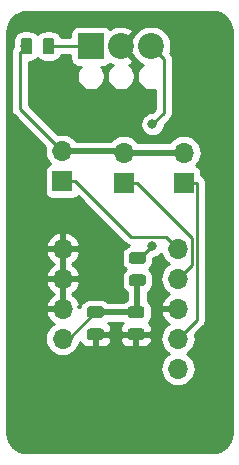
<source format=gtl>
G04 #@! TF.GenerationSoftware,KiCad,Pcbnew,(5.1.0)-1*
G04 #@! TF.CreationDate,2019-04-03T20:49:52-04:00*
G04 #@! TF.ProjectId,3wireducer_daughter,33776972-6564-4756-9365-725f64617567,rev?*
G04 #@! TF.SameCoordinates,Original*
G04 #@! TF.FileFunction,Copper,L1,Top*
G04 #@! TF.FilePolarity,Positive*
%FSLAX46Y46*%
G04 Gerber Fmt 4.6, Leading zero omitted, Abs format (unit mm)*
G04 Created by KiCad (PCBNEW (5.1.0)-1) date 2019-04-03 20:49:52*
%MOMM*%
%LPD*%
G04 APERTURE LIST*
%ADD10C,0.100000*%
%ADD11C,0.975000*%
%ADD12O,1.700000X1.700000*%
%ADD13R,2.200000X2.200000*%
%ADD14C,2.200000*%
%ADD15R,1.700000X1.700000*%
%ADD16C,0.800000*%
%ADD17C,0.500000*%
%ADD18C,0.250000*%
%ADD19C,0.254000*%
G04 APERTURE END LIST*
D10*
G36*
X142085142Y-96190674D02*
G01*
X142108803Y-96194184D01*
X142132007Y-96199996D01*
X142154529Y-96208054D01*
X142176153Y-96218282D01*
X142196670Y-96230579D01*
X142215883Y-96244829D01*
X142233607Y-96260893D01*
X142249671Y-96278617D01*
X142263921Y-96297830D01*
X142276218Y-96318347D01*
X142286446Y-96339971D01*
X142294504Y-96362493D01*
X142300316Y-96385697D01*
X142303826Y-96409358D01*
X142305000Y-96433250D01*
X142305000Y-96920750D01*
X142303826Y-96944642D01*
X142300316Y-96968303D01*
X142294504Y-96991507D01*
X142286446Y-97014029D01*
X142276218Y-97035653D01*
X142263921Y-97056170D01*
X142249671Y-97075383D01*
X142233607Y-97093107D01*
X142215883Y-97109171D01*
X142196670Y-97123421D01*
X142176153Y-97135718D01*
X142154529Y-97145946D01*
X142132007Y-97154004D01*
X142108803Y-97159816D01*
X142085142Y-97163326D01*
X142061250Y-97164500D01*
X141148750Y-97164500D01*
X141124858Y-97163326D01*
X141101197Y-97159816D01*
X141077993Y-97154004D01*
X141055471Y-97145946D01*
X141033847Y-97135718D01*
X141013330Y-97123421D01*
X140994117Y-97109171D01*
X140976393Y-97093107D01*
X140960329Y-97075383D01*
X140946079Y-97056170D01*
X140933782Y-97035653D01*
X140923554Y-97014029D01*
X140915496Y-96991507D01*
X140909684Y-96968303D01*
X140906174Y-96944642D01*
X140905000Y-96920750D01*
X140905000Y-96433250D01*
X140906174Y-96409358D01*
X140909684Y-96385697D01*
X140915496Y-96362493D01*
X140923554Y-96339971D01*
X140933782Y-96318347D01*
X140946079Y-96297830D01*
X140960329Y-96278617D01*
X140976393Y-96260893D01*
X140994117Y-96244829D01*
X141013330Y-96230579D01*
X141033847Y-96218282D01*
X141055471Y-96208054D01*
X141077993Y-96199996D01*
X141101197Y-96194184D01*
X141124858Y-96190674D01*
X141148750Y-96189500D01*
X142061250Y-96189500D01*
X142085142Y-96190674D01*
X142085142Y-96190674D01*
G37*
D11*
X141605000Y-96677000D03*
D10*
G36*
X142085142Y-98065674D02*
G01*
X142108803Y-98069184D01*
X142132007Y-98074996D01*
X142154529Y-98083054D01*
X142176153Y-98093282D01*
X142196670Y-98105579D01*
X142215883Y-98119829D01*
X142233607Y-98135893D01*
X142249671Y-98153617D01*
X142263921Y-98172830D01*
X142276218Y-98193347D01*
X142286446Y-98214971D01*
X142294504Y-98237493D01*
X142300316Y-98260697D01*
X142303826Y-98284358D01*
X142305000Y-98308250D01*
X142305000Y-98795750D01*
X142303826Y-98819642D01*
X142300316Y-98843303D01*
X142294504Y-98866507D01*
X142286446Y-98889029D01*
X142276218Y-98910653D01*
X142263921Y-98931170D01*
X142249671Y-98950383D01*
X142233607Y-98968107D01*
X142215883Y-98984171D01*
X142196670Y-98998421D01*
X142176153Y-99010718D01*
X142154529Y-99020946D01*
X142132007Y-99029004D01*
X142108803Y-99034816D01*
X142085142Y-99038326D01*
X142061250Y-99039500D01*
X141148750Y-99039500D01*
X141124858Y-99038326D01*
X141101197Y-99034816D01*
X141077993Y-99029004D01*
X141055471Y-99020946D01*
X141033847Y-99010718D01*
X141013330Y-98998421D01*
X140994117Y-98984171D01*
X140976393Y-98968107D01*
X140960329Y-98950383D01*
X140946079Y-98931170D01*
X140933782Y-98910653D01*
X140923554Y-98889029D01*
X140915496Y-98866507D01*
X140909684Y-98843303D01*
X140906174Y-98819642D01*
X140905000Y-98795750D01*
X140905000Y-98308250D01*
X140906174Y-98284358D01*
X140909684Y-98260697D01*
X140915496Y-98237493D01*
X140923554Y-98214971D01*
X140933782Y-98193347D01*
X140946079Y-98172830D01*
X140960329Y-98153617D01*
X140976393Y-98135893D01*
X140994117Y-98119829D01*
X141013330Y-98105579D01*
X141033847Y-98093282D01*
X141055471Y-98083054D01*
X141077993Y-98074996D01*
X141101197Y-98069184D01*
X141124858Y-98065674D01*
X141148750Y-98064500D01*
X142061250Y-98064500D01*
X142085142Y-98065674D01*
X142085142Y-98065674D01*
G37*
D11*
X141605000Y-98552000D03*
D10*
G36*
X137905642Y-73469174D02*
G01*
X137929303Y-73472684D01*
X137952507Y-73478496D01*
X137975029Y-73486554D01*
X137996653Y-73496782D01*
X138017170Y-73509079D01*
X138036383Y-73523329D01*
X138054107Y-73539393D01*
X138070171Y-73557117D01*
X138084421Y-73576330D01*
X138096718Y-73596847D01*
X138106946Y-73618471D01*
X138115004Y-73640993D01*
X138120816Y-73664197D01*
X138124326Y-73687858D01*
X138125500Y-73711750D01*
X138125500Y-74624250D01*
X138124326Y-74648142D01*
X138120816Y-74671803D01*
X138115004Y-74695007D01*
X138106946Y-74717529D01*
X138096718Y-74739153D01*
X138084421Y-74759670D01*
X138070171Y-74778883D01*
X138054107Y-74796607D01*
X138036383Y-74812671D01*
X138017170Y-74826921D01*
X137996653Y-74839218D01*
X137975029Y-74849446D01*
X137952507Y-74857504D01*
X137929303Y-74863316D01*
X137905642Y-74866826D01*
X137881750Y-74868000D01*
X137394250Y-74868000D01*
X137370358Y-74866826D01*
X137346697Y-74863316D01*
X137323493Y-74857504D01*
X137300971Y-74849446D01*
X137279347Y-74839218D01*
X137258830Y-74826921D01*
X137239617Y-74812671D01*
X137221893Y-74796607D01*
X137205829Y-74778883D01*
X137191579Y-74759670D01*
X137179282Y-74739153D01*
X137169054Y-74717529D01*
X137160996Y-74695007D01*
X137155184Y-74671803D01*
X137151674Y-74648142D01*
X137150500Y-74624250D01*
X137150500Y-73711750D01*
X137151674Y-73687858D01*
X137155184Y-73664197D01*
X137160996Y-73640993D01*
X137169054Y-73618471D01*
X137179282Y-73596847D01*
X137191579Y-73576330D01*
X137205829Y-73557117D01*
X137221893Y-73539393D01*
X137239617Y-73523329D01*
X137258830Y-73509079D01*
X137279347Y-73496782D01*
X137300971Y-73486554D01*
X137323493Y-73478496D01*
X137346697Y-73472684D01*
X137370358Y-73469174D01*
X137394250Y-73468000D01*
X137881750Y-73468000D01*
X137905642Y-73469174D01*
X137905642Y-73469174D01*
G37*
D11*
X137638000Y-74168000D03*
D10*
G36*
X136030642Y-73469174D02*
G01*
X136054303Y-73472684D01*
X136077507Y-73478496D01*
X136100029Y-73486554D01*
X136121653Y-73496782D01*
X136142170Y-73509079D01*
X136161383Y-73523329D01*
X136179107Y-73539393D01*
X136195171Y-73557117D01*
X136209421Y-73576330D01*
X136221718Y-73596847D01*
X136231946Y-73618471D01*
X136240004Y-73640993D01*
X136245816Y-73664197D01*
X136249326Y-73687858D01*
X136250500Y-73711750D01*
X136250500Y-74624250D01*
X136249326Y-74648142D01*
X136245816Y-74671803D01*
X136240004Y-74695007D01*
X136231946Y-74717529D01*
X136221718Y-74739153D01*
X136209421Y-74759670D01*
X136195171Y-74778883D01*
X136179107Y-74796607D01*
X136161383Y-74812671D01*
X136142170Y-74826921D01*
X136121653Y-74839218D01*
X136100029Y-74849446D01*
X136077507Y-74857504D01*
X136054303Y-74863316D01*
X136030642Y-74866826D01*
X136006750Y-74868000D01*
X135519250Y-74868000D01*
X135495358Y-74866826D01*
X135471697Y-74863316D01*
X135448493Y-74857504D01*
X135425971Y-74849446D01*
X135404347Y-74839218D01*
X135383830Y-74826921D01*
X135364617Y-74812671D01*
X135346893Y-74796607D01*
X135330829Y-74778883D01*
X135316579Y-74759670D01*
X135304282Y-74739153D01*
X135294054Y-74717529D01*
X135285996Y-74695007D01*
X135280184Y-74671803D01*
X135276674Y-74648142D01*
X135275500Y-74624250D01*
X135275500Y-73711750D01*
X135276674Y-73687858D01*
X135280184Y-73664197D01*
X135285996Y-73640993D01*
X135294054Y-73618471D01*
X135304282Y-73596847D01*
X135316579Y-73576330D01*
X135330829Y-73557117D01*
X135346893Y-73539393D01*
X135364617Y-73523329D01*
X135383830Y-73509079D01*
X135404347Y-73496782D01*
X135425971Y-73486554D01*
X135448493Y-73478496D01*
X135471697Y-73472684D01*
X135495358Y-73469174D01*
X135519250Y-73468000D01*
X136006750Y-73468000D01*
X136030642Y-73469174D01*
X136030642Y-73469174D01*
G37*
D11*
X135763000Y-74168000D03*
D12*
X148590000Y-101473000D03*
X138830000Y-98933000D03*
X148590000Y-98933000D03*
X138830000Y-96393000D03*
X148590000Y-96393000D03*
X138830000Y-93853000D03*
X148590000Y-93853000D03*
X138830000Y-91313000D03*
X148590000Y-91313000D03*
D13*
X141224000Y-74168000D03*
D14*
X143764000Y-74168000D03*
X146304000Y-74168000D03*
D15*
X149098000Y-85725000D03*
D12*
X149098000Y-83185000D03*
X144018000Y-83185000D03*
D15*
X144018000Y-85725000D03*
X138811000Y-85598000D03*
D12*
X138811000Y-83058000D03*
D10*
G36*
X145641142Y-91618674D02*
G01*
X145664803Y-91622184D01*
X145688007Y-91627996D01*
X145710529Y-91636054D01*
X145732153Y-91646282D01*
X145752670Y-91658579D01*
X145771883Y-91672829D01*
X145789607Y-91688893D01*
X145805671Y-91706617D01*
X145819921Y-91725830D01*
X145832218Y-91746347D01*
X145842446Y-91767971D01*
X145850504Y-91790493D01*
X145856316Y-91813697D01*
X145859826Y-91837358D01*
X145861000Y-91861250D01*
X145861000Y-92348750D01*
X145859826Y-92372642D01*
X145856316Y-92396303D01*
X145850504Y-92419507D01*
X145842446Y-92442029D01*
X145832218Y-92463653D01*
X145819921Y-92484170D01*
X145805671Y-92503383D01*
X145789607Y-92521107D01*
X145771883Y-92537171D01*
X145752670Y-92551421D01*
X145732153Y-92563718D01*
X145710529Y-92573946D01*
X145688007Y-92582004D01*
X145664803Y-92587816D01*
X145641142Y-92591326D01*
X145617250Y-92592500D01*
X144704750Y-92592500D01*
X144680858Y-92591326D01*
X144657197Y-92587816D01*
X144633993Y-92582004D01*
X144611471Y-92573946D01*
X144589847Y-92563718D01*
X144569330Y-92551421D01*
X144550117Y-92537171D01*
X144532393Y-92521107D01*
X144516329Y-92503383D01*
X144502079Y-92484170D01*
X144489782Y-92463653D01*
X144479554Y-92442029D01*
X144471496Y-92419507D01*
X144465684Y-92396303D01*
X144462174Y-92372642D01*
X144461000Y-92348750D01*
X144461000Y-91861250D01*
X144462174Y-91837358D01*
X144465684Y-91813697D01*
X144471496Y-91790493D01*
X144479554Y-91767971D01*
X144489782Y-91746347D01*
X144502079Y-91725830D01*
X144516329Y-91706617D01*
X144532393Y-91688893D01*
X144550117Y-91672829D01*
X144569330Y-91658579D01*
X144589847Y-91646282D01*
X144611471Y-91636054D01*
X144633993Y-91627996D01*
X144657197Y-91622184D01*
X144680858Y-91618674D01*
X144704750Y-91617500D01*
X145617250Y-91617500D01*
X145641142Y-91618674D01*
X145641142Y-91618674D01*
G37*
D11*
X145161000Y-92105000D03*
D10*
G36*
X145641142Y-93493674D02*
G01*
X145664803Y-93497184D01*
X145688007Y-93502996D01*
X145710529Y-93511054D01*
X145732153Y-93521282D01*
X145752670Y-93533579D01*
X145771883Y-93547829D01*
X145789607Y-93563893D01*
X145805671Y-93581617D01*
X145819921Y-93600830D01*
X145832218Y-93621347D01*
X145842446Y-93642971D01*
X145850504Y-93665493D01*
X145856316Y-93688697D01*
X145859826Y-93712358D01*
X145861000Y-93736250D01*
X145861000Y-94223750D01*
X145859826Y-94247642D01*
X145856316Y-94271303D01*
X145850504Y-94294507D01*
X145842446Y-94317029D01*
X145832218Y-94338653D01*
X145819921Y-94359170D01*
X145805671Y-94378383D01*
X145789607Y-94396107D01*
X145771883Y-94412171D01*
X145752670Y-94426421D01*
X145732153Y-94438718D01*
X145710529Y-94448946D01*
X145688007Y-94457004D01*
X145664803Y-94462816D01*
X145641142Y-94466326D01*
X145617250Y-94467500D01*
X144704750Y-94467500D01*
X144680858Y-94466326D01*
X144657197Y-94462816D01*
X144633993Y-94457004D01*
X144611471Y-94448946D01*
X144589847Y-94438718D01*
X144569330Y-94426421D01*
X144550117Y-94412171D01*
X144532393Y-94396107D01*
X144516329Y-94378383D01*
X144502079Y-94359170D01*
X144489782Y-94338653D01*
X144479554Y-94317029D01*
X144471496Y-94294507D01*
X144465684Y-94271303D01*
X144462174Y-94247642D01*
X144461000Y-94223750D01*
X144461000Y-93736250D01*
X144462174Y-93712358D01*
X144465684Y-93688697D01*
X144471496Y-93665493D01*
X144479554Y-93642971D01*
X144489782Y-93621347D01*
X144502079Y-93600830D01*
X144516329Y-93581617D01*
X144532393Y-93563893D01*
X144550117Y-93547829D01*
X144569330Y-93533579D01*
X144589847Y-93521282D01*
X144611471Y-93511054D01*
X144633993Y-93502996D01*
X144657197Y-93497184D01*
X144680858Y-93493674D01*
X144704750Y-93492500D01*
X145617250Y-93492500D01*
X145641142Y-93493674D01*
X145641142Y-93493674D01*
G37*
D11*
X145161000Y-93980000D03*
D10*
G36*
X145514142Y-98065674D02*
G01*
X145537803Y-98069184D01*
X145561007Y-98074996D01*
X145583529Y-98083054D01*
X145605153Y-98093282D01*
X145625670Y-98105579D01*
X145644883Y-98119829D01*
X145662607Y-98135893D01*
X145678671Y-98153617D01*
X145692921Y-98172830D01*
X145705218Y-98193347D01*
X145715446Y-98214971D01*
X145723504Y-98237493D01*
X145729316Y-98260697D01*
X145732826Y-98284358D01*
X145734000Y-98308250D01*
X145734000Y-98795750D01*
X145732826Y-98819642D01*
X145729316Y-98843303D01*
X145723504Y-98866507D01*
X145715446Y-98889029D01*
X145705218Y-98910653D01*
X145692921Y-98931170D01*
X145678671Y-98950383D01*
X145662607Y-98968107D01*
X145644883Y-98984171D01*
X145625670Y-98998421D01*
X145605153Y-99010718D01*
X145583529Y-99020946D01*
X145561007Y-99029004D01*
X145537803Y-99034816D01*
X145514142Y-99038326D01*
X145490250Y-99039500D01*
X144577750Y-99039500D01*
X144553858Y-99038326D01*
X144530197Y-99034816D01*
X144506993Y-99029004D01*
X144484471Y-99020946D01*
X144462847Y-99010718D01*
X144442330Y-98998421D01*
X144423117Y-98984171D01*
X144405393Y-98968107D01*
X144389329Y-98950383D01*
X144375079Y-98931170D01*
X144362782Y-98910653D01*
X144352554Y-98889029D01*
X144344496Y-98866507D01*
X144338684Y-98843303D01*
X144335174Y-98819642D01*
X144334000Y-98795750D01*
X144334000Y-98308250D01*
X144335174Y-98284358D01*
X144338684Y-98260697D01*
X144344496Y-98237493D01*
X144352554Y-98214971D01*
X144362782Y-98193347D01*
X144375079Y-98172830D01*
X144389329Y-98153617D01*
X144405393Y-98135893D01*
X144423117Y-98119829D01*
X144442330Y-98105579D01*
X144462847Y-98093282D01*
X144484471Y-98083054D01*
X144506993Y-98074996D01*
X144530197Y-98069184D01*
X144553858Y-98065674D01*
X144577750Y-98064500D01*
X145490250Y-98064500D01*
X145514142Y-98065674D01*
X145514142Y-98065674D01*
G37*
D11*
X145034000Y-98552000D03*
D10*
G36*
X145514142Y-96190674D02*
G01*
X145537803Y-96194184D01*
X145561007Y-96199996D01*
X145583529Y-96208054D01*
X145605153Y-96218282D01*
X145625670Y-96230579D01*
X145644883Y-96244829D01*
X145662607Y-96260893D01*
X145678671Y-96278617D01*
X145692921Y-96297830D01*
X145705218Y-96318347D01*
X145715446Y-96339971D01*
X145723504Y-96362493D01*
X145729316Y-96385697D01*
X145732826Y-96409358D01*
X145734000Y-96433250D01*
X145734000Y-96920750D01*
X145732826Y-96944642D01*
X145729316Y-96968303D01*
X145723504Y-96991507D01*
X145715446Y-97014029D01*
X145705218Y-97035653D01*
X145692921Y-97056170D01*
X145678671Y-97075383D01*
X145662607Y-97093107D01*
X145644883Y-97109171D01*
X145625670Y-97123421D01*
X145605153Y-97135718D01*
X145583529Y-97145946D01*
X145561007Y-97154004D01*
X145537803Y-97159816D01*
X145514142Y-97163326D01*
X145490250Y-97164500D01*
X144577750Y-97164500D01*
X144553858Y-97163326D01*
X144530197Y-97159816D01*
X144506993Y-97154004D01*
X144484471Y-97145946D01*
X144462847Y-97135718D01*
X144442330Y-97123421D01*
X144423117Y-97109171D01*
X144405393Y-97093107D01*
X144389329Y-97075383D01*
X144375079Y-97056170D01*
X144362782Y-97035653D01*
X144352554Y-97014029D01*
X144344496Y-96991507D01*
X144338684Y-96968303D01*
X144335174Y-96944642D01*
X144334000Y-96920750D01*
X144334000Y-96433250D01*
X144335174Y-96409358D01*
X144338684Y-96385697D01*
X144344496Y-96362493D01*
X144352554Y-96339971D01*
X144362782Y-96318347D01*
X144375079Y-96297830D01*
X144389329Y-96278617D01*
X144405393Y-96260893D01*
X144423117Y-96244829D01*
X144442330Y-96230579D01*
X144462847Y-96218282D01*
X144484471Y-96208054D01*
X144506993Y-96199996D01*
X144530197Y-96194184D01*
X144553858Y-96190674D01*
X144577750Y-96189500D01*
X145490250Y-96189500D01*
X145514142Y-96190674D01*
X145514142Y-96190674D01*
G37*
D11*
X145034000Y-96677000D03*
D16*
X145034000Y-100076000D03*
X141605000Y-100076000D03*
X146431000Y-91059000D03*
X146431000Y-80772000D03*
D17*
X145161000Y-96550000D02*
X145034000Y-96677000D01*
X145161000Y-93980000D02*
X145161000Y-96550000D01*
X145034000Y-96677000D02*
X141605000Y-96677000D01*
D18*
X139349000Y-98933000D02*
X138830000Y-98933000D01*
X141605000Y-96677000D02*
X139349000Y-98933000D01*
X145034000Y-98552000D02*
X145034000Y-100076000D01*
X141605000Y-98552000D02*
X141605000Y-100076000D01*
X139874000Y-74168000D02*
X137638000Y-74168000D01*
X141224000Y-74168000D02*
X139874000Y-74168000D01*
X137961001Y-82208001D02*
X138811000Y-83058000D01*
X135206763Y-79453763D02*
X137961001Y-82208001D01*
X135206763Y-74724237D02*
X135206763Y-79453763D01*
X135763000Y-74168000D02*
X135206763Y-74724237D01*
D17*
X143891000Y-83058000D02*
X144018000Y-83185000D01*
X138811000Y-83058000D02*
X143891000Y-83058000D01*
X144018000Y-83185000D02*
X149098000Y-83185000D01*
D18*
X149439999Y-98083001D02*
X148590000Y-98933000D01*
X150215011Y-97307989D02*
X149439999Y-98083001D01*
X150215011Y-85742011D02*
X150215011Y-97307989D01*
X150198000Y-85725000D02*
X150215011Y-85742011D01*
X149098000Y-85725000D02*
X150198000Y-85725000D01*
X149439999Y-93003001D02*
X148590000Y-93853000D01*
X149765001Y-92677999D02*
X149439999Y-93003001D01*
X149765001Y-90372001D02*
X149765001Y-92677999D01*
X145118000Y-85725000D02*
X149765001Y-90372001D01*
X144018000Y-85725000D02*
X145118000Y-85725000D01*
X139911000Y-85598000D02*
X144610000Y-90297000D01*
X138811000Y-85598000D02*
X139911000Y-85598000D01*
X147574000Y-90297000D02*
X148590000Y-91313000D01*
X144610000Y-90297000D02*
X147574000Y-90297000D01*
X145161000Y-92105000D02*
X145385000Y-92105000D01*
X145385000Y-92105000D02*
X146431000Y-91059000D01*
X147403999Y-75267999D02*
X146304000Y-74168000D01*
X147403999Y-79799001D02*
X147403999Y-75267999D01*
X146431000Y-80772000D02*
X147403999Y-79799001D01*
D19*
G36*
X151826210Y-71306072D02*
G01*
X152129413Y-71397614D01*
X152409064Y-71546307D01*
X152654505Y-71746484D01*
X152856391Y-71990521D01*
X153007031Y-72269125D01*
X153100690Y-72571688D01*
X153137000Y-72917158D01*
X153137001Y-106901711D01*
X153102928Y-107249209D01*
X153011384Y-107552417D01*
X152862693Y-107832063D01*
X152662516Y-108077505D01*
X152418476Y-108279392D01*
X152139875Y-108430031D01*
X151837313Y-108523690D01*
X151491842Y-108560000D01*
X135795279Y-108560000D01*
X135447791Y-108525928D01*
X135144583Y-108434384D01*
X134864937Y-108285693D01*
X134619495Y-108085516D01*
X134417608Y-107841476D01*
X134266969Y-107562875D01*
X134173310Y-107260313D01*
X134137000Y-106914842D01*
X134137000Y-94209890D01*
X137388524Y-94209890D01*
X137433175Y-94357099D01*
X137558359Y-94619920D01*
X137732412Y-94853269D01*
X137948645Y-95048178D01*
X138074255Y-95123000D01*
X137948645Y-95197822D01*
X137732412Y-95392731D01*
X137558359Y-95626080D01*
X137433175Y-95888901D01*
X137388524Y-96036110D01*
X137509845Y-96266000D01*
X138703000Y-96266000D01*
X138703000Y-93980000D01*
X137509845Y-93980000D01*
X137388524Y-94209890D01*
X134137000Y-94209890D01*
X134137000Y-91669890D01*
X137388524Y-91669890D01*
X137433175Y-91817099D01*
X137558359Y-92079920D01*
X137732412Y-92313269D01*
X137948645Y-92508178D01*
X138074255Y-92583000D01*
X137948645Y-92657822D01*
X137732412Y-92852731D01*
X137558359Y-93086080D01*
X137433175Y-93348901D01*
X137388524Y-93496110D01*
X137509845Y-93726000D01*
X138703000Y-93726000D01*
X138703000Y-91440000D01*
X138957000Y-91440000D01*
X138957000Y-93726000D01*
X140150155Y-93726000D01*
X140271476Y-93496110D01*
X140226825Y-93348901D01*
X140101641Y-93086080D01*
X139927588Y-92852731D01*
X139711355Y-92657822D01*
X139585745Y-92583000D01*
X139711355Y-92508178D01*
X139927588Y-92313269D01*
X140101641Y-92079920D01*
X140226825Y-91817099D01*
X140271476Y-91669890D01*
X140150155Y-91440000D01*
X138957000Y-91440000D01*
X138703000Y-91440000D01*
X137509845Y-91440000D01*
X137388524Y-91669890D01*
X134137000Y-91669890D01*
X134137000Y-90956110D01*
X137388524Y-90956110D01*
X137509845Y-91186000D01*
X138703000Y-91186000D01*
X138703000Y-89992186D01*
X138957000Y-89992186D01*
X138957000Y-91186000D01*
X140150155Y-91186000D01*
X140271476Y-90956110D01*
X140226825Y-90808901D01*
X140101641Y-90546080D01*
X139927588Y-90312731D01*
X139711355Y-90117822D01*
X139461252Y-89968843D01*
X139186891Y-89871519D01*
X138957000Y-89992186D01*
X138703000Y-89992186D01*
X138473109Y-89871519D01*
X138198748Y-89968843D01*
X137948645Y-90117822D01*
X137732412Y-90312731D01*
X137558359Y-90546080D01*
X137433175Y-90808901D01*
X137388524Y-90956110D01*
X134137000Y-90956110D01*
X134137000Y-74724237D01*
X134443087Y-74724237D01*
X134446763Y-74761560D01*
X134446764Y-79416431D01*
X134443087Y-79453763D01*
X134457761Y-79602748D01*
X134501217Y-79746009D01*
X134571789Y-79878039D01*
X134642964Y-79964765D01*
X134666763Y-79993764D01*
X134695761Y-80017562D01*
X137370203Y-82692005D01*
X137347487Y-82766889D01*
X137318815Y-83058000D01*
X137347487Y-83349111D01*
X137432401Y-83629034D01*
X137570294Y-83887014D01*
X137755866Y-84113134D01*
X137785687Y-84137607D01*
X137716820Y-84158498D01*
X137606506Y-84217463D01*
X137509815Y-84296815D01*
X137430463Y-84393506D01*
X137371498Y-84503820D01*
X137335188Y-84623518D01*
X137322928Y-84748000D01*
X137322928Y-86448000D01*
X137335188Y-86572482D01*
X137371498Y-86692180D01*
X137430463Y-86802494D01*
X137509815Y-86899185D01*
X137606506Y-86978537D01*
X137716820Y-87037502D01*
X137836518Y-87073812D01*
X137961000Y-87086072D01*
X139661000Y-87086072D01*
X139785482Y-87073812D01*
X139905180Y-87037502D01*
X140015494Y-86978537D01*
X140112185Y-86899185D01*
X140123543Y-86885345D01*
X144046200Y-90808002D01*
X144069999Y-90837001D01*
X144098997Y-90860799D01*
X144185724Y-90931974D01*
X144317753Y-91002546D01*
X144415059Y-91032063D01*
X144367291Y-91046553D01*
X144214836Y-91128042D01*
X144081208Y-91237708D01*
X143971542Y-91371336D01*
X143890053Y-91523791D01*
X143839872Y-91689215D01*
X143822928Y-91861250D01*
X143822928Y-92348750D01*
X143839872Y-92520785D01*
X143890053Y-92686209D01*
X143971542Y-92838664D01*
X144081208Y-92972292D01*
X144166756Y-93042500D01*
X144081208Y-93112708D01*
X143971542Y-93246336D01*
X143890053Y-93398791D01*
X143839872Y-93564215D01*
X143822928Y-93736250D01*
X143822928Y-94223750D01*
X143839872Y-94395785D01*
X143890053Y-94561209D01*
X143971542Y-94713664D01*
X144081208Y-94847292D01*
X144214836Y-94956958D01*
X144276000Y-94989651D01*
X144276001Y-95607721D01*
X144240291Y-95618553D01*
X144087836Y-95700042D01*
X143975785Y-95792000D01*
X142663215Y-95792000D01*
X142551164Y-95700042D01*
X142398709Y-95618553D01*
X142233285Y-95568372D01*
X142061250Y-95551428D01*
X141148750Y-95551428D01*
X140976715Y-95568372D01*
X140811291Y-95618553D01*
X140658836Y-95700042D01*
X140525208Y-95809708D01*
X140415542Y-95943336D01*
X140334053Y-96095791D01*
X140283872Y-96261215D01*
X140283401Y-96265998D01*
X140150156Y-96265998D01*
X140271476Y-96036110D01*
X140226825Y-95888901D01*
X140101641Y-95626080D01*
X139927588Y-95392731D01*
X139711355Y-95197822D01*
X139585745Y-95123000D01*
X139711355Y-95048178D01*
X139927588Y-94853269D01*
X140101641Y-94619920D01*
X140226825Y-94357099D01*
X140271476Y-94209890D01*
X140150155Y-93980000D01*
X138957000Y-93980000D01*
X138957000Y-96266000D01*
X138977000Y-96266000D01*
X138977000Y-96520000D01*
X138957000Y-96520000D01*
X138957000Y-96540000D01*
X138703000Y-96540000D01*
X138703000Y-96520000D01*
X137509845Y-96520000D01*
X137388524Y-96749890D01*
X137433175Y-96897099D01*
X137558359Y-97159920D01*
X137732412Y-97393269D01*
X137948645Y-97588178D01*
X138065523Y-97657799D01*
X138000986Y-97692294D01*
X137774866Y-97877866D01*
X137589294Y-98103986D01*
X137451401Y-98361966D01*
X137366487Y-98641889D01*
X137337815Y-98933000D01*
X137366487Y-99224111D01*
X137451401Y-99504034D01*
X137589294Y-99762014D01*
X137774866Y-99988134D01*
X138000986Y-100173706D01*
X138258966Y-100311599D01*
X138538889Y-100396513D01*
X138757050Y-100418000D01*
X138902950Y-100418000D01*
X139121111Y-100396513D01*
X139401034Y-100311599D01*
X139659014Y-100173706D01*
X139885134Y-99988134D01*
X140070706Y-99762014D01*
X140208599Y-99504034D01*
X140293513Y-99224111D01*
X140294473Y-99214368D01*
X140315498Y-99283680D01*
X140374463Y-99393994D01*
X140453815Y-99490685D01*
X140550506Y-99570037D01*
X140660820Y-99629002D01*
X140780518Y-99665312D01*
X140905000Y-99677572D01*
X141319250Y-99674500D01*
X141478000Y-99515750D01*
X141478000Y-98679000D01*
X141732000Y-98679000D01*
X141732000Y-99515750D01*
X141890750Y-99674500D01*
X142305000Y-99677572D01*
X142429482Y-99665312D01*
X142549180Y-99629002D01*
X142659494Y-99570037D01*
X142756185Y-99490685D01*
X142835537Y-99393994D01*
X142894502Y-99283680D01*
X142930812Y-99163982D01*
X142943072Y-99039500D01*
X143695928Y-99039500D01*
X143708188Y-99163982D01*
X143744498Y-99283680D01*
X143803463Y-99393994D01*
X143882815Y-99490685D01*
X143979506Y-99570037D01*
X144089820Y-99629002D01*
X144209518Y-99665312D01*
X144334000Y-99677572D01*
X144748250Y-99674500D01*
X144907000Y-99515750D01*
X144907000Y-98679000D01*
X145161000Y-98679000D01*
X145161000Y-99515750D01*
X145319750Y-99674500D01*
X145734000Y-99677572D01*
X145858482Y-99665312D01*
X145978180Y-99629002D01*
X146088494Y-99570037D01*
X146185185Y-99490685D01*
X146264537Y-99393994D01*
X146323502Y-99283680D01*
X146359812Y-99163982D01*
X146372072Y-99039500D01*
X146369000Y-98837750D01*
X146210250Y-98679000D01*
X145161000Y-98679000D01*
X144907000Y-98679000D01*
X143857750Y-98679000D01*
X143699000Y-98837750D01*
X143695928Y-99039500D01*
X142943072Y-99039500D01*
X142940000Y-98837750D01*
X142781250Y-98679000D01*
X141732000Y-98679000D01*
X141478000Y-98679000D01*
X141458000Y-98679000D01*
X141458000Y-98425000D01*
X141478000Y-98425000D01*
X141478000Y-98405000D01*
X141732000Y-98405000D01*
X141732000Y-98425000D01*
X142781250Y-98425000D01*
X142940000Y-98266250D01*
X142943072Y-98064500D01*
X142930812Y-97940018D01*
X142894502Y-97820320D01*
X142835537Y-97710006D01*
X142756185Y-97613315D01*
X142693657Y-97562000D01*
X143945343Y-97562000D01*
X143882815Y-97613315D01*
X143803463Y-97710006D01*
X143744498Y-97820320D01*
X143708188Y-97940018D01*
X143695928Y-98064500D01*
X143699000Y-98266250D01*
X143857750Y-98425000D01*
X144907000Y-98425000D01*
X144907000Y-98405000D01*
X145161000Y-98405000D01*
X145161000Y-98425000D01*
X146210250Y-98425000D01*
X146369000Y-98266250D01*
X146372072Y-98064500D01*
X146359812Y-97940018D01*
X146323502Y-97820320D01*
X146264537Y-97710006D01*
X146185185Y-97613315D01*
X146107436Y-97549508D01*
X146113792Y-97544292D01*
X146223458Y-97410664D01*
X146304947Y-97258209D01*
X146355128Y-97092785D01*
X146372072Y-96920750D01*
X146372072Y-96433250D01*
X146355128Y-96261215D01*
X146304947Y-96095791D01*
X146223458Y-95943336D01*
X146113792Y-95809708D01*
X146046000Y-95754072D01*
X146046000Y-94989651D01*
X146107164Y-94956958D01*
X146240792Y-94847292D01*
X146350458Y-94713664D01*
X146431947Y-94561209D01*
X146482128Y-94395785D01*
X146499072Y-94223750D01*
X146499072Y-93736250D01*
X146482128Y-93564215D01*
X146431947Y-93398791D01*
X146350458Y-93246336D01*
X146240792Y-93112708D01*
X146155244Y-93042500D01*
X146240792Y-92972292D01*
X146350458Y-92838664D01*
X146431947Y-92686209D01*
X146482128Y-92520785D01*
X146499072Y-92348750D01*
X146499072Y-92094000D01*
X146532939Y-92094000D01*
X146732898Y-92054226D01*
X146921256Y-91976205D01*
X147090774Y-91862937D01*
X147178415Y-91775296D01*
X147211401Y-91884034D01*
X147349294Y-92142014D01*
X147534866Y-92368134D01*
X147760986Y-92553706D01*
X147815791Y-92583000D01*
X147760986Y-92612294D01*
X147534866Y-92797866D01*
X147349294Y-93023986D01*
X147211401Y-93281966D01*
X147126487Y-93561889D01*
X147097815Y-93853000D01*
X147126487Y-94144111D01*
X147211401Y-94424034D01*
X147349294Y-94682014D01*
X147534866Y-94908134D01*
X147760986Y-95093706D01*
X147825523Y-95128201D01*
X147708645Y-95197822D01*
X147492412Y-95392731D01*
X147318359Y-95626080D01*
X147193175Y-95888901D01*
X147148524Y-96036110D01*
X147269845Y-96266000D01*
X148463000Y-96266000D01*
X148463000Y-96246000D01*
X148717000Y-96246000D01*
X148717000Y-96266000D01*
X148737000Y-96266000D01*
X148737000Y-96520000D01*
X148717000Y-96520000D01*
X148717000Y-96540000D01*
X148463000Y-96540000D01*
X148463000Y-96520000D01*
X147269845Y-96520000D01*
X147148524Y-96749890D01*
X147193175Y-96897099D01*
X147318359Y-97159920D01*
X147492412Y-97393269D01*
X147708645Y-97588178D01*
X147825523Y-97657799D01*
X147760986Y-97692294D01*
X147534866Y-97877866D01*
X147349294Y-98103986D01*
X147211401Y-98361966D01*
X147126487Y-98641889D01*
X147097815Y-98933000D01*
X147126487Y-99224111D01*
X147211401Y-99504034D01*
X147349294Y-99762014D01*
X147534866Y-99988134D01*
X147760986Y-100173706D01*
X147815791Y-100203000D01*
X147760986Y-100232294D01*
X147534866Y-100417866D01*
X147349294Y-100643986D01*
X147211401Y-100901966D01*
X147126487Y-101181889D01*
X147097815Y-101473000D01*
X147126487Y-101764111D01*
X147211401Y-102044034D01*
X147349294Y-102302014D01*
X147534866Y-102528134D01*
X147760986Y-102713706D01*
X148018966Y-102851599D01*
X148298889Y-102936513D01*
X148517050Y-102958000D01*
X148662950Y-102958000D01*
X148881111Y-102936513D01*
X149161034Y-102851599D01*
X149419014Y-102713706D01*
X149645134Y-102528134D01*
X149830706Y-102302014D01*
X149968599Y-102044034D01*
X150053513Y-101764111D01*
X150082185Y-101473000D01*
X150053513Y-101181889D01*
X149968599Y-100901966D01*
X149830706Y-100643986D01*
X149645134Y-100417866D01*
X149419014Y-100232294D01*
X149364209Y-100203000D01*
X149419014Y-100173706D01*
X149645134Y-99988134D01*
X149830706Y-99762014D01*
X149968599Y-99504034D01*
X150053513Y-99224111D01*
X150082185Y-98933000D01*
X150053513Y-98641889D01*
X150030797Y-98567004D01*
X150726019Y-97871784D01*
X150755012Y-97847990D01*
X150778806Y-97818997D01*
X150778810Y-97818993D01*
X150845970Y-97737157D01*
X150849985Y-97732265D01*
X150920557Y-97600236D01*
X150964014Y-97456975D01*
X150975011Y-97345322D01*
X150975011Y-97345313D01*
X150978687Y-97307990D01*
X150975011Y-97270667D01*
X150975011Y-85779333D01*
X150978687Y-85742010D01*
X150975011Y-85704688D01*
X150975011Y-85704678D01*
X150964014Y-85593025D01*
X150920557Y-85449764D01*
X150849985Y-85317735D01*
X150755012Y-85202010D01*
X150745669Y-85194342D01*
X150738001Y-85184999D01*
X150622276Y-85090026D01*
X150586072Y-85070674D01*
X150586072Y-84875000D01*
X150573812Y-84750518D01*
X150537502Y-84630820D01*
X150478537Y-84520506D01*
X150399185Y-84423815D01*
X150302494Y-84344463D01*
X150192180Y-84285498D01*
X150123313Y-84264607D01*
X150153134Y-84240134D01*
X150338706Y-84014014D01*
X150476599Y-83756034D01*
X150561513Y-83476111D01*
X150590185Y-83185000D01*
X150561513Y-82893889D01*
X150476599Y-82613966D01*
X150338706Y-82355986D01*
X150153134Y-82129866D01*
X149927014Y-81944294D01*
X149669034Y-81806401D01*
X149389111Y-81721487D01*
X149170950Y-81700000D01*
X149025050Y-81700000D01*
X148806889Y-81721487D01*
X148526966Y-81806401D01*
X148268986Y-81944294D01*
X148042866Y-82129866D01*
X147903241Y-82300000D01*
X145212759Y-82300000D01*
X145073134Y-82129866D01*
X144847014Y-81944294D01*
X144589034Y-81806401D01*
X144309111Y-81721487D01*
X144090950Y-81700000D01*
X143945050Y-81700000D01*
X143726889Y-81721487D01*
X143446966Y-81806401D01*
X143188986Y-81944294D01*
X142962866Y-82129866D01*
X142927467Y-82173000D01*
X140005759Y-82173000D01*
X139866134Y-82002866D01*
X139640014Y-81817294D01*
X139382034Y-81679401D01*
X139102111Y-81594487D01*
X138883950Y-81573000D01*
X138738050Y-81573000D01*
X138519889Y-81594487D01*
X138445005Y-81617203D01*
X135966763Y-79138962D01*
X135966763Y-75506072D01*
X136006750Y-75506072D01*
X136178785Y-75489128D01*
X136344209Y-75438947D01*
X136496664Y-75357458D01*
X136630292Y-75247792D01*
X136700500Y-75162244D01*
X136770708Y-75247792D01*
X136904336Y-75357458D01*
X137056791Y-75438947D01*
X137222215Y-75489128D01*
X137394250Y-75506072D01*
X137881750Y-75506072D01*
X138053785Y-75489128D01*
X138219209Y-75438947D01*
X138371664Y-75357458D01*
X138505292Y-75247792D01*
X138614958Y-75114164D01*
X138696447Y-74961709D01*
X138706673Y-74928000D01*
X139485928Y-74928000D01*
X139485928Y-75268000D01*
X139498188Y-75392482D01*
X139534498Y-75512180D01*
X139593463Y-75622494D01*
X139672815Y-75719185D01*
X139769506Y-75798537D01*
X139879820Y-75857502D01*
X139999518Y-75893812D01*
X140124000Y-75906072D01*
X140350084Y-75906072D01*
X140303550Y-75952606D01*
X140173866Y-76146692D01*
X140084539Y-76362348D01*
X140039000Y-76591288D01*
X140039000Y-76824712D01*
X140084539Y-77053652D01*
X140173866Y-77269308D01*
X140303550Y-77463394D01*
X140468606Y-77628450D01*
X140662692Y-77758134D01*
X140878348Y-77847461D01*
X141107288Y-77893000D01*
X141340712Y-77893000D01*
X141569652Y-77847461D01*
X141785308Y-77758134D01*
X141979394Y-77628450D01*
X142144450Y-77463394D01*
X142274134Y-77269308D01*
X142363461Y-77053652D01*
X142409000Y-76824712D01*
X142409000Y-76591288D01*
X142363461Y-76362348D01*
X142274134Y-76146692D01*
X142144450Y-75952606D01*
X142097916Y-75906072D01*
X142324000Y-75906072D01*
X142448482Y-75893812D01*
X142568180Y-75857502D01*
X142678494Y-75798537D01*
X142775185Y-75719185D01*
X142840772Y-75639267D01*
X142844726Y-75649338D01*
X143058238Y-75754387D01*
X143008606Y-75787550D01*
X142843550Y-75952606D01*
X142713866Y-76146692D01*
X142624539Y-76362348D01*
X142579000Y-76591288D01*
X142579000Y-76824712D01*
X142624539Y-77053652D01*
X142713866Y-77269308D01*
X142843550Y-77463394D01*
X143008606Y-77628450D01*
X143202692Y-77758134D01*
X143418348Y-77847461D01*
X143647288Y-77893000D01*
X143880712Y-77893000D01*
X144109652Y-77847461D01*
X144325308Y-77758134D01*
X144519394Y-77628450D01*
X144684450Y-77463394D01*
X144814134Y-77269308D01*
X144903461Y-77053652D01*
X144949000Y-76824712D01*
X144949000Y-76591288D01*
X144903461Y-76362348D01*
X144814134Y-76146692D01*
X144684450Y-75952606D01*
X144519394Y-75787550D01*
X144475835Y-75758445D01*
X144484966Y-75755336D01*
X144683274Y-75649338D01*
X144791107Y-75374712D01*
X143764000Y-74347605D01*
X143749858Y-74361748D01*
X143570253Y-74182143D01*
X143584395Y-74168000D01*
X143943605Y-74168000D01*
X144768531Y-74992926D01*
X144956337Y-75273998D01*
X145198002Y-75515663D01*
X145482169Y-75705537D01*
X145598952Y-75753910D01*
X145548606Y-75787550D01*
X145383550Y-75952606D01*
X145253866Y-76146692D01*
X145164539Y-76362348D01*
X145119000Y-76591288D01*
X145119000Y-76824712D01*
X145164539Y-77053652D01*
X145253866Y-77269308D01*
X145383550Y-77463394D01*
X145548606Y-77628450D01*
X145742692Y-77758134D01*
X145958348Y-77847461D01*
X146187288Y-77893000D01*
X146420712Y-77893000D01*
X146643999Y-77848585D01*
X146643999Y-79484198D01*
X146391198Y-79737000D01*
X146329061Y-79737000D01*
X146129102Y-79776774D01*
X145940744Y-79854795D01*
X145771226Y-79968063D01*
X145627063Y-80112226D01*
X145513795Y-80281744D01*
X145435774Y-80470102D01*
X145396000Y-80670061D01*
X145396000Y-80873939D01*
X145435774Y-81073898D01*
X145513795Y-81262256D01*
X145627063Y-81431774D01*
X145771226Y-81575937D01*
X145940744Y-81689205D01*
X146129102Y-81767226D01*
X146329061Y-81807000D01*
X146532939Y-81807000D01*
X146732898Y-81767226D01*
X146921256Y-81689205D01*
X147090774Y-81575937D01*
X147234937Y-81431774D01*
X147348205Y-81262256D01*
X147426226Y-81073898D01*
X147466000Y-80873939D01*
X147466000Y-80811802D01*
X147915008Y-80362795D01*
X147944000Y-80339002D01*
X147967794Y-80310009D01*
X147967798Y-80310005D01*
X148038972Y-80223278D01*
X148038973Y-80223277D01*
X148109545Y-80091248D01*
X148153002Y-79947987D01*
X148163999Y-79836334D01*
X148163999Y-79836325D01*
X148167675Y-79799002D01*
X148163999Y-79761679D01*
X148163999Y-75305332D01*
X148167676Y-75267999D01*
X148153002Y-75119013D01*
X148109545Y-74975752D01*
X148038973Y-74843723D01*
X147967798Y-74756996D01*
X147947982Y-74732850D01*
X147972325Y-74674081D01*
X148039000Y-74338883D01*
X148039000Y-73997117D01*
X147972325Y-73661919D01*
X147841537Y-73346169D01*
X147651663Y-73062002D01*
X147409998Y-72820337D01*
X147125831Y-72630463D01*
X146810081Y-72499675D01*
X146474883Y-72433000D01*
X146133117Y-72433000D01*
X145797919Y-72499675D01*
X145482169Y-72630463D01*
X145198002Y-72820337D01*
X144956337Y-73062002D01*
X144768531Y-73343074D01*
X143943605Y-74168000D01*
X143584395Y-74168000D01*
X143570253Y-74153858D01*
X143749858Y-73974253D01*
X143764000Y-73988395D01*
X144791107Y-72961288D01*
X144683274Y-72686662D01*
X144376616Y-72535784D01*
X144046415Y-72447631D01*
X143705361Y-72425591D01*
X143366561Y-72470511D01*
X143043034Y-72580664D01*
X142844726Y-72686662D01*
X142840772Y-72696733D01*
X142775185Y-72616815D01*
X142678494Y-72537463D01*
X142568180Y-72478498D01*
X142448482Y-72442188D01*
X142324000Y-72429928D01*
X140124000Y-72429928D01*
X139999518Y-72442188D01*
X139879820Y-72478498D01*
X139769506Y-72537463D01*
X139672815Y-72616815D01*
X139593463Y-72713506D01*
X139534498Y-72823820D01*
X139498188Y-72943518D01*
X139485928Y-73068000D01*
X139485928Y-73408000D01*
X138706673Y-73408000D01*
X138696447Y-73374291D01*
X138614958Y-73221836D01*
X138505292Y-73088208D01*
X138371664Y-72978542D01*
X138219209Y-72897053D01*
X138053785Y-72846872D01*
X137881750Y-72829928D01*
X137394250Y-72829928D01*
X137222215Y-72846872D01*
X137056791Y-72897053D01*
X136904336Y-72978542D01*
X136770708Y-73088208D01*
X136700500Y-73173756D01*
X136630292Y-73088208D01*
X136496664Y-72978542D01*
X136344209Y-72897053D01*
X136178785Y-72846872D01*
X136006750Y-72829928D01*
X135519250Y-72829928D01*
X135347215Y-72846872D01*
X135181791Y-72897053D01*
X135029336Y-72978542D01*
X134895708Y-73088208D01*
X134786042Y-73221836D01*
X134704553Y-73374291D01*
X134654372Y-73539715D01*
X134637428Y-73711750D01*
X134637428Y-74219980D01*
X134631963Y-74226639D01*
X134571789Y-74299961D01*
X134562689Y-74316986D01*
X134501217Y-74431991D01*
X134457760Y-74575252D01*
X134446763Y-74686905D01*
X134446763Y-74686915D01*
X134443087Y-74724237D01*
X134137000Y-74724237D01*
X134137000Y-72930279D01*
X134171072Y-72582790D01*
X134262614Y-72279587D01*
X134411307Y-71999936D01*
X134611484Y-71754495D01*
X134855521Y-71552609D01*
X135134125Y-71401969D01*
X135436688Y-71308310D01*
X135782158Y-71272000D01*
X151478721Y-71272000D01*
X151826210Y-71306072D01*
X151826210Y-71306072D01*
G37*
X151826210Y-71306072D02*
X152129413Y-71397614D01*
X152409064Y-71546307D01*
X152654505Y-71746484D01*
X152856391Y-71990521D01*
X153007031Y-72269125D01*
X153100690Y-72571688D01*
X153137000Y-72917158D01*
X153137001Y-106901711D01*
X153102928Y-107249209D01*
X153011384Y-107552417D01*
X152862693Y-107832063D01*
X152662516Y-108077505D01*
X152418476Y-108279392D01*
X152139875Y-108430031D01*
X151837313Y-108523690D01*
X151491842Y-108560000D01*
X135795279Y-108560000D01*
X135447791Y-108525928D01*
X135144583Y-108434384D01*
X134864937Y-108285693D01*
X134619495Y-108085516D01*
X134417608Y-107841476D01*
X134266969Y-107562875D01*
X134173310Y-107260313D01*
X134137000Y-106914842D01*
X134137000Y-94209890D01*
X137388524Y-94209890D01*
X137433175Y-94357099D01*
X137558359Y-94619920D01*
X137732412Y-94853269D01*
X137948645Y-95048178D01*
X138074255Y-95123000D01*
X137948645Y-95197822D01*
X137732412Y-95392731D01*
X137558359Y-95626080D01*
X137433175Y-95888901D01*
X137388524Y-96036110D01*
X137509845Y-96266000D01*
X138703000Y-96266000D01*
X138703000Y-93980000D01*
X137509845Y-93980000D01*
X137388524Y-94209890D01*
X134137000Y-94209890D01*
X134137000Y-91669890D01*
X137388524Y-91669890D01*
X137433175Y-91817099D01*
X137558359Y-92079920D01*
X137732412Y-92313269D01*
X137948645Y-92508178D01*
X138074255Y-92583000D01*
X137948645Y-92657822D01*
X137732412Y-92852731D01*
X137558359Y-93086080D01*
X137433175Y-93348901D01*
X137388524Y-93496110D01*
X137509845Y-93726000D01*
X138703000Y-93726000D01*
X138703000Y-91440000D01*
X138957000Y-91440000D01*
X138957000Y-93726000D01*
X140150155Y-93726000D01*
X140271476Y-93496110D01*
X140226825Y-93348901D01*
X140101641Y-93086080D01*
X139927588Y-92852731D01*
X139711355Y-92657822D01*
X139585745Y-92583000D01*
X139711355Y-92508178D01*
X139927588Y-92313269D01*
X140101641Y-92079920D01*
X140226825Y-91817099D01*
X140271476Y-91669890D01*
X140150155Y-91440000D01*
X138957000Y-91440000D01*
X138703000Y-91440000D01*
X137509845Y-91440000D01*
X137388524Y-91669890D01*
X134137000Y-91669890D01*
X134137000Y-90956110D01*
X137388524Y-90956110D01*
X137509845Y-91186000D01*
X138703000Y-91186000D01*
X138703000Y-89992186D01*
X138957000Y-89992186D01*
X138957000Y-91186000D01*
X140150155Y-91186000D01*
X140271476Y-90956110D01*
X140226825Y-90808901D01*
X140101641Y-90546080D01*
X139927588Y-90312731D01*
X139711355Y-90117822D01*
X139461252Y-89968843D01*
X139186891Y-89871519D01*
X138957000Y-89992186D01*
X138703000Y-89992186D01*
X138473109Y-89871519D01*
X138198748Y-89968843D01*
X137948645Y-90117822D01*
X137732412Y-90312731D01*
X137558359Y-90546080D01*
X137433175Y-90808901D01*
X137388524Y-90956110D01*
X134137000Y-90956110D01*
X134137000Y-74724237D01*
X134443087Y-74724237D01*
X134446763Y-74761560D01*
X134446764Y-79416431D01*
X134443087Y-79453763D01*
X134457761Y-79602748D01*
X134501217Y-79746009D01*
X134571789Y-79878039D01*
X134642964Y-79964765D01*
X134666763Y-79993764D01*
X134695761Y-80017562D01*
X137370203Y-82692005D01*
X137347487Y-82766889D01*
X137318815Y-83058000D01*
X137347487Y-83349111D01*
X137432401Y-83629034D01*
X137570294Y-83887014D01*
X137755866Y-84113134D01*
X137785687Y-84137607D01*
X137716820Y-84158498D01*
X137606506Y-84217463D01*
X137509815Y-84296815D01*
X137430463Y-84393506D01*
X137371498Y-84503820D01*
X137335188Y-84623518D01*
X137322928Y-84748000D01*
X137322928Y-86448000D01*
X137335188Y-86572482D01*
X137371498Y-86692180D01*
X137430463Y-86802494D01*
X137509815Y-86899185D01*
X137606506Y-86978537D01*
X137716820Y-87037502D01*
X137836518Y-87073812D01*
X137961000Y-87086072D01*
X139661000Y-87086072D01*
X139785482Y-87073812D01*
X139905180Y-87037502D01*
X140015494Y-86978537D01*
X140112185Y-86899185D01*
X140123543Y-86885345D01*
X144046200Y-90808002D01*
X144069999Y-90837001D01*
X144098997Y-90860799D01*
X144185724Y-90931974D01*
X144317753Y-91002546D01*
X144415059Y-91032063D01*
X144367291Y-91046553D01*
X144214836Y-91128042D01*
X144081208Y-91237708D01*
X143971542Y-91371336D01*
X143890053Y-91523791D01*
X143839872Y-91689215D01*
X143822928Y-91861250D01*
X143822928Y-92348750D01*
X143839872Y-92520785D01*
X143890053Y-92686209D01*
X143971542Y-92838664D01*
X144081208Y-92972292D01*
X144166756Y-93042500D01*
X144081208Y-93112708D01*
X143971542Y-93246336D01*
X143890053Y-93398791D01*
X143839872Y-93564215D01*
X143822928Y-93736250D01*
X143822928Y-94223750D01*
X143839872Y-94395785D01*
X143890053Y-94561209D01*
X143971542Y-94713664D01*
X144081208Y-94847292D01*
X144214836Y-94956958D01*
X144276000Y-94989651D01*
X144276001Y-95607721D01*
X144240291Y-95618553D01*
X144087836Y-95700042D01*
X143975785Y-95792000D01*
X142663215Y-95792000D01*
X142551164Y-95700042D01*
X142398709Y-95618553D01*
X142233285Y-95568372D01*
X142061250Y-95551428D01*
X141148750Y-95551428D01*
X140976715Y-95568372D01*
X140811291Y-95618553D01*
X140658836Y-95700042D01*
X140525208Y-95809708D01*
X140415542Y-95943336D01*
X140334053Y-96095791D01*
X140283872Y-96261215D01*
X140283401Y-96265998D01*
X140150156Y-96265998D01*
X140271476Y-96036110D01*
X140226825Y-95888901D01*
X140101641Y-95626080D01*
X139927588Y-95392731D01*
X139711355Y-95197822D01*
X139585745Y-95123000D01*
X139711355Y-95048178D01*
X139927588Y-94853269D01*
X140101641Y-94619920D01*
X140226825Y-94357099D01*
X140271476Y-94209890D01*
X140150155Y-93980000D01*
X138957000Y-93980000D01*
X138957000Y-96266000D01*
X138977000Y-96266000D01*
X138977000Y-96520000D01*
X138957000Y-96520000D01*
X138957000Y-96540000D01*
X138703000Y-96540000D01*
X138703000Y-96520000D01*
X137509845Y-96520000D01*
X137388524Y-96749890D01*
X137433175Y-96897099D01*
X137558359Y-97159920D01*
X137732412Y-97393269D01*
X137948645Y-97588178D01*
X138065523Y-97657799D01*
X138000986Y-97692294D01*
X137774866Y-97877866D01*
X137589294Y-98103986D01*
X137451401Y-98361966D01*
X137366487Y-98641889D01*
X137337815Y-98933000D01*
X137366487Y-99224111D01*
X137451401Y-99504034D01*
X137589294Y-99762014D01*
X137774866Y-99988134D01*
X138000986Y-100173706D01*
X138258966Y-100311599D01*
X138538889Y-100396513D01*
X138757050Y-100418000D01*
X138902950Y-100418000D01*
X139121111Y-100396513D01*
X139401034Y-100311599D01*
X139659014Y-100173706D01*
X139885134Y-99988134D01*
X140070706Y-99762014D01*
X140208599Y-99504034D01*
X140293513Y-99224111D01*
X140294473Y-99214368D01*
X140315498Y-99283680D01*
X140374463Y-99393994D01*
X140453815Y-99490685D01*
X140550506Y-99570037D01*
X140660820Y-99629002D01*
X140780518Y-99665312D01*
X140905000Y-99677572D01*
X141319250Y-99674500D01*
X141478000Y-99515750D01*
X141478000Y-98679000D01*
X141732000Y-98679000D01*
X141732000Y-99515750D01*
X141890750Y-99674500D01*
X142305000Y-99677572D01*
X142429482Y-99665312D01*
X142549180Y-99629002D01*
X142659494Y-99570037D01*
X142756185Y-99490685D01*
X142835537Y-99393994D01*
X142894502Y-99283680D01*
X142930812Y-99163982D01*
X142943072Y-99039500D01*
X143695928Y-99039500D01*
X143708188Y-99163982D01*
X143744498Y-99283680D01*
X143803463Y-99393994D01*
X143882815Y-99490685D01*
X143979506Y-99570037D01*
X144089820Y-99629002D01*
X144209518Y-99665312D01*
X144334000Y-99677572D01*
X144748250Y-99674500D01*
X144907000Y-99515750D01*
X144907000Y-98679000D01*
X145161000Y-98679000D01*
X145161000Y-99515750D01*
X145319750Y-99674500D01*
X145734000Y-99677572D01*
X145858482Y-99665312D01*
X145978180Y-99629002D01*
X146088494Y-99570037D01*
X146185185Y-99490685D01*
X146264537Y-99393994D01*
X146323502Y-99283680D01*
X146359812Y-99163982D01*
X146372072Y-99039500D01*
X146369000Y-98837750D01*
X146210250Y-98679000D01*
X145161000Y-98679000D01*
X144907000Y-98679000D01*
X143857750Y-98679000D01*
X143699000Y-98837750D01*
X143695928Y-99039500D01*
X142943072Y-99039500D01*
X142940000Y-98837750D01*
X142781250Y-98679000D01*
X141732000Y-98679000D01*
X141478000Y-98679000D01*
X141458000Y-98679000D01*
X141458000Y-98425000D01*
X141478000Y-98425000D01*
X141478000Y-98405000D01*
X141732000Y-98405000D01*
X141732000Y-98425000D01*
X142781250Y-98425000D01*
X142940000Y-98266250D01*
X142943072Y-98064500D01*
X142930812Y-97940018D01*
X142894502Y-97820320D01*
X142835537Y-97710006D01*
X142756185Y-97613315D01*
X142693657Y-97562000D01*
X143945343Y-97562000D01*
X143882815Y-97613315D01*
X143803463Y-97710006D01*
X143744498Y-97820320D01*
X143708188Y-97940018D01*
X143695928Y-98064500D01*
X143699000Y-98266250D01*
X143857750Y-98425000D01*
X144907000Y-98425000D01*
X144907000Y-98405000D01*
X145161000Y-98405000D01*
X145161000Y-98425000D01*
X146210250Y-98425000D01*
X146369000Y-98266250D01*
X146372072Y-98064500D01*
X146359812Y-97940018D01*
X146323502Y-97820320D01*
X146264537Y-97710006D01*
X146185185Y-97613315D01*
X146107436Y-97549508D01*
X146113792Y-97544292D01*
X146223458Y-97410664D01*
X146304947Y-97258209D01*
X146355128Y-97092785D01*
X146372072Y-96920750D01*
X146372072Y-96433250D01*
X146355128Y-96261215D01*
X146304947Y-96095791D01*
X146223458Y-95943336D01*
X146113792Y-95809708D01*
X146046000Y-95754072D01*
X146046000Y-94989651D01*
X146107164Y-94956958D01*
X146240792Y-94847292D01*
X146350458Y-94713664D01*
X146431947Y-94561209D01*
X146482128Y-94395785D01*
X146499072Y-94223750D01*
X146499072Y-93736250D01*
X146482128Y-93564215D01*
X146431947Y-93398791D01*
X146350458Y-93246336D01*
X146240792Y-93112708D01*
X146155244Y-93042500D01*
X146240792Y-92972292D01*
X146350458Y-92838664D01*
X146431947Y-92686209D01*
X146482128Y-92520785D01*
X146499072Y-92348750D01*
X146499072Y-92094000D01*
X146532939Y-92094000D01*
X146732898Y-92054226D01*
X146921256Y-91976205D01*
X147090774Y-91862937D01*
X147178415Y-91775296D01*
X147211401Y-91884034D01*
X147349294Y-92142014D01*
X147534866Y-92368134D01*
X147760986Y-92553706D01*
X147815791Y-92583000D01*
X147760986Y-92612294D01*
X147534866Y-92797866D01*
X147349294Y-93023986D01*
X147211401Y-93281966D01*
X147126487Y-93561889D01*
X147097815Y-93853000D01*
X147126487Y-94144111D01*
X147211401Y-94424034D01*
X147349294Y-94682014D01*
X147534866Y-94908134D01*
X147760986Y-95093706D01*
X147825523Y-95128201D01*
X147708645Y-95197822D01*
X147492412Y-95392731D01*
X147318359Y-95626080D01*
X147193175Y-95888901D01*
X147148524Y-96036110D01*
X147269845Y-96266000D01*
X148463000Y-96266000D01*
X148463000Y-96246000D01*
X148717000Y-96246000D01*
X148717000Y-96266000D01*
X148737000Y-96266000D01*
X148737000Y-96520000D01*
X148717000Y-96520000D01*
X148717000Y-96540000D01*
X148463000Y-96540000D01*
X148463000Y-96520000D01*
X147269845Y-96520000D01*
X147148524Y-96749890D01*
X147193175Y-96897099D01*
X147318359Y-97159920D01*
X147492412Y-97393269D01*
X147708645Y-97588178D01*
X147825523Y-97657799D01*
X147760986Y-97692294D01*
X147534866Y-97877866D01*
X147349294Y-98103986D01*
X147211401Y-98361966D01*
X147126487Y-98641889D01*
X147097815Y-98933000D01*
X147126487Y-99224111D01*
X147211401Y-99504034D01*
X147349294Y-99762014D01*
X147534866Y-99988134D01*
X147760986Y-100173706D01*
X147815791Y-100203000D01*
X147760986Y-100232294D01*
X147534866Y-100417866D01*
X147349294Y-100643986D01*
X147211401Y-100901966D01*
X147126487Y-101181889D01*
X147097815Y-101473000D01*
X147126487Y-101764111D01*
X147211401Y-102044034D01*
X147349294Y-102302014D01*
X147534866Y-102528134D01*
X147760986Y-102713706D01*
X148018966Y-102851599D01*
X148298889Y-102936513D01*
X148517050Y-102958000D01*
X148662950Y-102958000D01*
X148881111Y-102936513D01*
X149161034Y-102851599D01*
X149419014Y-102713706D01*
X149645134Y-102528134D01*
X149830706Y-102302014D01*
X149968599Y-102044034D01*
X150053513Y-101764111D01*
X150082185Y-101473000D01*
X150053513Y-101181889D01*
X149968599Y-100901966D01*
X149830706Y-100643986D01*
X149645134Y-100417866D01*
X149419014Y-100232294D01*
X149364209Y-100203000D01*
X149419014Y-100173706D01*
X149645134Y-99988134D01*
X149830706Y-99762014D01*
X149968599Y-99504034D01*
X150053513Y-99224111D01*
X150082185Y-98933000D01*
X150053513Y-98641889D01*
X150030797Y-98567004D01*
X150726019Y-97871784D01*
X150755012Y-97847990D01*
X150778806Y-97818997D01*
X150778810Y-97818993D01*
X150845970Y-97737157D01*
X150849985Y-97732265D01*
X150920557Y-97600236D01*
X150964014Y-97456975D01*
X150975011Y-97345322D01*
X150975011Y-97345313D01*
X150978687Y-97307990D01*
X150975011Y-97270667D01*
X150975011Y-85779333D01*
X150978687Y-85742010D01*
X150975011Y-85704688D01*
X150975011Y-85704678D01*
X150964014Y-85593025D01*
X150920557Y-85449764D01*
X150849985Y-85317735D01*
X150755012Y-85202010D01*
X150745669Y-85194342D01*
X150738001Y-85184999D01*
X150622276Y-85090026D01*
X150586072Y-85070674D01*
X150586072Y-84875000D01*
X150573812Y-84750518D01*
X150537502Y-84630820D01*
X150478537Y-84520506D01*
X150399185Y-84423815D01*
X150302494Y-84344463D01*
X150192180Y-84285498D01*
X150123313Y-84264607D01*
X150153134Y-84240134D01*
X150338706Y-84014014D01*
X150476599Y-83756034D01*
X150561513Y-83476111D01*
X150590185Y-83185000D01*
X150561513Y-82893889D01*
X150476599Y-82613966D01*
X150338706Y-82355986D01*
X150153134Y-82129866D01*
X149927014Y-81944294D01*
X149669034Y-81806401D01*
X149389111Y-81721487D01*
X149170950Y-81700000D01*
X149025050Y-81700000D01*
X148806889Y-81721487D01*
X148526966Y-81806401D01*
X148268986Y-81944294D01*
X148042866Y-82129866D01*
X147903241Y-82300000D01*
X145212759Y-82300000D01*
X145073134Y-82129866D01*
X144847014Y-81944294D01*
X144589034Y-81806401D01*
X144309111Y-81721487D01*
X144090950Y-81700000D01*
X143945050Y-81700000D01*
X143726889Y-81721487D01*
X143446966Y-81806401D01*
X143188986Y-81944294D01*
X142962866Y-82129866D01*
X142927467Y-82173000D01*
X140005759Y-82173000D01*
X139866134Y-82002866D01*
X139640014Y-81817294D01*
X139382034Y-81679401D01*
X139102111Y-81594487D01*
X138883950Y-81573000D01*
X138738050Y-81573000D01*
X138519889Y-81594487D01*
X138445005Y-81617203D01*
X135966763Y-79138962D01*
X135966763Y-75506072D01*
X136006750Y-75506072D01*
X136178785Y-75489128D01*
X136344209Y-75438947D01*
X136496664Y-75357458D01*
X136630292Y-75247792D01*
X136700500Y-75162244D01*
X136770708Y-75247792D01*
X136904336Y-75357458D01*
X137056791Y-75438947D01*
X137222215Y-75489128D01*
X137394250Y-75506072D01*
X137881750Y-75506072D01*
X138053785Y-75489128D01*
X138219209Y-75438947D01*
X138371664Y-75357458D01*
X138505292Y-75247792D01*
X138614958Y-75114164D01*
X138696447Y-74961709D01*
X138706673Y-74928000D01*
X139485928Y-74928000D01*
X139485928Y-75268000D01*
X139498188Y-75392482D01*
X139534498Y-75512180D01*
X139593463Y-75622494D01*
X139672815Y-75719185D01*
X139769506Y-75798537D01*
X139879820Y-75857502D01*
X139999518Y-75893812D01*
X140124000Y-75906072D01*
X140350084Y-75906072D01*
X140303550Y-75952606D01*
X140173866Y-76146692D01*
X140084539Y-76362348D01*
X140039000Y-76591288D01*
X140039000Y-76824712D01*
X140084539Y-77053652D01*
X140173866Y-77269308D01*
X140303550Y-77463394D01*
X140468606Y-77628450D01*
X140662692Y-77758134D01*
X140878348Y-77847461D01*
X141107288Y-77893000D01*
X141340712Y-77893000D01*
X141569652Y-77847461D01*
X141785308Y-77758134D01*
X141979394Y-77628450D01*
X142144450Y-77463394D01*
X142274134Y-77269308D01*
X142363461Y-77053652D01*
X142409000Y-76824712D01*
X142409000Y-76591288D01*
X142363461Y-76362348D01*
X142274134Y-76146692D01*
X142144450Y-75952606D01*
X142097916Y-75906072D01*
X142324000Y-75906072D01*
X142448482Y-75893812D01*
X142568180Y-75857502D01*
X142678494Y-75798537D01*
X142775185Y-75719185D01*
X142840772Y-75639267D01*
X142844726Y-75649338D01*
X143058238Y-75754387D01*
X143008606Y-75787550D01*
X142843550Y-75952606D01*
X142713866Y-76146692D01*
X142624539Y-76362348D01*
X142579000Y-76591288D01*
X142579000Y-76824712D01*
X142624539Y-77053652D01*
X142713866Y-77269308D01*
X142843550Y-77463394D01*
X143008606Y-77628450D01*
X143202692Y-77758134D01*
X143418348Y-77847461D01*
X143647288Y-77893000D01*
X143880712Y-77893000D01*
X144109652Y-77847461D01*
X144325308Y-77758134D01*
X144519394Y-77628450D01*
X144684450Y-77463394D01*
X144814134Y-77269308D01*
X144903461Y-77053652D01*
X144949000Y-76824712D01*
X144949000Y-76591288D01*
X144903461Y-76362348D01*
X144814134Y-76146692D01*
X144684450Y-75952606D01*
X144519394Y-75787550D01*
X144475835Y-75758445D01*
X144484966Y-75755336D01*
X144683274Y-75649338D01*
X144791107Y-75374712D01*
X143764000Y-74347605D01*
X143749858Y-74361748D01*
X143570253Y-74182143D01*
X143584395Y-74168000D01*
X143943605Y-74168000D01*
X144768531Y-74992926D01*
X144956337Y-75273998D01*
X145198002Y-75515663D01*
X145482169Y-75705537D01*
X145598952Y-75753910D01*
X145548606Y-75787550D01*
X145383550Y-75952606D01*
X145253866Y-76146692D01*
X145164539Y-76362348D01*
X145119000Y-76591288D01*
X145119000Y-76824712D01*
X145164539Y-77053652D01*
X145253866Y-77269308D01*
X145383550Y-77463394D01*
X145548606Y-77628450D01*
X145742692Y-77758134D01*
X145958348Y-77847461D01*
X146187288Y-77893000D01*
X146420712Y-77893000D01*
X146643999Y-77848585D01*
X146643999Y-79484198D01*
X146391198Y-79737000D01*
X146329061Y-79737000D01*
X146129102Y-79776774D01*
X145940744Y-79854795D01*
X145771226Y-79968063D01*
X145627063Y-80112226D01*
X145513795Y-80281744D01*
X145435774Y-80470102D01*
X145396000Y-80670061D01*
X145396000Y-80873939D01*
X145435774Y-81073898D01*
X145513795Y-81262256D01*
X145627063Y-81431774D01*
X145771226Y-81575937D01*
X145940744Y-81689205D01*
X146129102Y-81767226D01*
X146329061Y-81807000D01*
X146532939Y-81807000D01*
X146732898Y-81767226D01*
X146921256Y-81689205D01*
X147090774Y-81575937D01*
X147234937Y-81431774D01*
X147348205Y-81262256D01*
X147426226Y-81073898D01*
X147466000Y-80873939D01*
X147466000Y-80811802D01*
X147915008Y-80362795D01*
X147944000Y-80339002D01*
X147967794Y-80310009D01*
X147967798Y-80310005D01*
X148038972Y-80223278D01*
X148038973Y-80223277D01*
X148109545Y-80091248D01*
X148153002Y-79947987D01*
X148163999Y-79836334D01*
X148163999Y-79836325D01*
X148167675Y-79799002D01*
X148163999Y-79761679D01*
X148163999Y-75305332D01*
X148167676Y-75267999D01*
X148153002Y-75119013D01*
X148109545Y-74975752D01*
X148038973Y-74843723D01*
X147967798Y-74756996D01*
X147947982Y-74732850D01*
X147972325Y-74674081D01*
X148039000Y-74338883D01*
X148039000Y-73997117D01*
X147972325Y-73661919D01*
X147841537Y-73346169D01*
X147651663Y-73062002D01*
X147409998Y-72820337D01*
X147125831Y-72630463D01*
X146810081Y-72499675D01*
X146474883Y-72433000D01*
X146133117Y-72433000D01*
X145797919Y-72499675D01*
X145482169Y-72630463D01*
X145198002Y-72820337D01*
X144956337Y-73062002D01*
X144768531Y-73343074D01*
X143943605Y-74168000D01*
X143584395Y-74168000D01*
X143570253Y-74153858D01*
X143749858Y-73974253D01*
X143764000Y-73988395D01*
X144791107Y-72961288D01*
X144683274Y-72686662D01*
X144376616Y-72535784D01*
X144046415Y-72447631D01*
X143705361Y-72425591D01*
X143366561Y-72470511D01*
X143043034Y-72580664D01*
X142844726Y-72686662D01*
X142840772Y-72696733D01*
X142775185Y-72616815D01*
X142678494Y-72537463D01*
X142568180Y-72478498D01*
X142448482Y-72442188D01*
X142324000Y-72429928D01*
X140124000Y-72429928D01*
X139999518Y-72442188D01*
X139879820Y-72478498D01*
X139769506Y-72537463D01*
X139672815Y-72616815D01*
X139593463Y-72713506D01*
X139534498Y-72823820D01*
X139498188Y-72943518D01*
X139485928Y-73068000D01*
X139485928Y-73408000D01*
X138706673Y-73408000D01*
X138696447Y-73374291D01*
X138614958Y-73221836D01*
X138505292Y-73088208D01*
X138371664Y-72978542D01*
X138219209Y-72897053D01*
X138053785Y-72846872D01*
X137881750Y-72829928D01*
X137394250Y-72829928D01*
X137222215Y-72846872D01*
X137056791Y-72897053D01*
X136904336Y-72978542D01*
X136770708Y-73088208D01*
X136700500Y-73173756D01*
X136630292Y-73088208D01*
X136496664Y-72978542D01*
X136344209Y-72897053D01*
X136178785Y-72846872D01*
X136006750Y-72829928D01*
X135519250Y-72829928D01*
X135347215Y-72846872D01*
X135181791Y-72897053D01*
X135029336Y-72978542D01*
X134895708Y-73088208D01*
X134786042Y-73221836D01*
X134704553Y-73374291D01*
X134654372Y-73539715D01*
X134637428Y-73711750D01*
X134637428Y-74219980D01*
X134631963Y-74226639D01*
X134571789Y-74299961D01*
X134562689Y-74316986D01*
X134501217Y-74431991D01*
X134457760Y-74575252D01*
X134446763Y-74686905D01*
X134446763Y-74686915D01*
X134443087Y-74724237D01*
X134137000Y-74724237D01*
X134137000Y-72930279D01*
X134171072Y-72582790D01*
X134262614Y-72279587D01*
X134411307Y-71999936D01*
X134611484Y-71754495D01*
X134855521Y-71552609D01*
X135134125Y-71401969D01*
X135436688Y-71308310D01*
X135782158Y-71272000D01*
X151478721Y-71272000D01*
X151826210Y-71306072D01*
M02*

</source>
